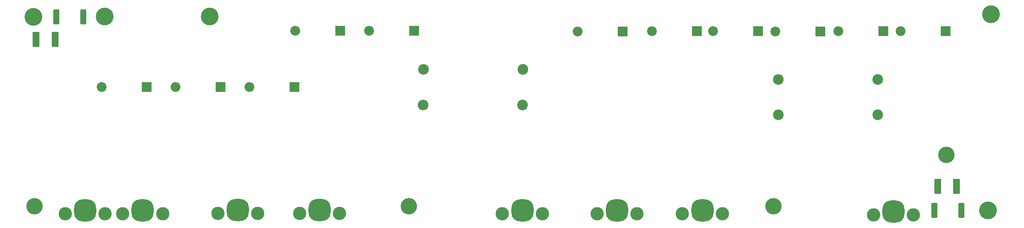
<source format=gbr>
%TF.GenerationSoftware,KiCad,Pcbnew,7.0.7*%
%TF.CreationDate,2024-04-16T09:14:21-07:00*%
%TF.ProjectId,hv-pcb-v1,68762d70-6362-42d7-9631-2e6b69636164,rev?*%
%TF.SameCoordinates,Original*%
%TF.FileFunction,Soldermask,Bot*%
%TF.FilePolarity,Negative*%
%FSLAX46Y46*%
G04 Gerber Fmt 4.6, Leading zero omitted, Abs format (unit mm)*
G04 Created by KiCad (PCBNEW 7.0.7) date 2024-04-16 09:14:21*
%MOMM*%
%LPD*%
G01*
G04 APERTURE LIST*
G04 Aperture macros list*
%AMRoundRect*
0 Rectangle with rounded corners*
0 $1 Rounding radius*
0 $2 $3 $4 $5 $6 $7 $8 $9 X,Y pos of 4 corners*
0 Add a 4 corners polygon primitive as box body*
4,1,4,$2,$3,$4,$5,$6,$7,$8,$9,$2,$3,0*
0 Add four circle primitives for the rounded corners*
1,1,$1+$1,$2,$3*
1,1,$1+$1,$4,$5*
1,1,$1+$1,$6,$7*
1,1,$1+$1,$8,$9*
0 Add four rect primitives between the rounded corners*
20,1,$1+$1,$2,$3,$4,$5,0*
20,1,$1+$1,$4,$5,$6,$7,0*
20,1,$1+$1,$6,$7,$8,$9,0*
20,1,$1+$1,$8,$9,$2,$3,0*%
G04 Aperture macros list end*
%ADD10C,3.700000*%
%ADD11R,2.200000X2.200000*%
%ADD12O,2.200000X2.200000*%
%ADD13C,3.000000*%
%ADD14RoundRect,1.968504X0.531496X-0.531496X0.531496X0.531496X-0.531496X0.531496X-0.531496X-0.531496X0*%
%ADD15C,4.000000*%
%ADD16C,2.400000*%
%ADD17O,2.400000X2.400000*%
%ADD18RoundRect,0.249999X-0.450001X-1.425001X0.450001X-1.425001X0.450001X1.425001X-0.450001X1.425001X0*%
%ADD19RoundRect,0.250000X-0.537500X-1.450000X0.537500X-1.450000X0.537500X1.450000X-0.537500X1.450000X0*%
%ADD20RoundRect,0.249999X0.450001X1.425001X-0.450001X1.425001X-0.450001X-1.425001X0.450001X-1.425001X0*%
%ADD21RoundRect,0.250000X0.537500X1.450000X-0.537500X1.450000X-0.537500X-1.450000X0.537500X-1.450000X0*%
G04 APERTURE END LIST*
D10*
%TO.C,REF\u002A\u002A*%
X249292000Y-130825000D03*
%TD*%
%TO.C,REF\u002A\u002A*%
X210254000Y-142446000D03*
%TD*%
%TO.C,REF\u002A\u002A*%
X127916000Y-142446000D03*
%TD*%
%TO.C,REF\u002A\u002A*%
X43486000Y-142446000D03*
%TD*%
D11*
%TO.C,D8*%
X192971755Y-102959900D03*
D12*
X182811755Y-102959900D03*
%TD*%
D13*
%TO.C,HV3*%
X84870000Y-144107000D03*
X93870000Y-144107000D03*
D14*
X89370000Y-143313000D03*
%TD*%
D13*
%TO.C,HV7*%
X232848755Y-144436900D03*
X241848755Y-144436900D03*
D14*
X237348755Y-143642900D03*
%TD*%
D13*
%TO.C,HV6*%
X189709755Y-144166900D03*
X198709755Y-144166900D03*
D14*
X194209755Y-143372900D03*
%TD*%
D13*
%TO.C,HV1*%
X50369000Y-144145000D03*
X59369000Y-144145000D03*
D14*
X54869000Y-143351000D03*
%TD*%
D15*
%TO.C,J3*%
X82991000Y-99586000D03*
%TD*%
D11*
%TO.C,D4*%
X85446000Y-115519000D03*
D12*
X75286000Y-115519000D03*
%TD*%
D16*
%TO.C,R23*%
X233765000Y-113845000D03*
D17*
X211365000Y-113845000D03*
%TD*%
D16*
%TO.C,R24*%
X153655000Y-111563000D03*
D17*
X131255000Y-111563000D03*
%TD*%
D13*
%TO.C,HV2*%
X63369000Y-144145000D03*
X72369000Y-144145000D03*
D14*
X67869000Y-143351000D03*
%TD*%
D11*
%TO.C,D2*%
X176198755Y-103000900D03*
D12*
X166038755Y-103000900D03*
%TD*%
D13*
%TO.C,HV5*%
X149073000Y-144194000D03*
X158073000Y-144194000D03*
D14*
X153573000Y-143400000D03*
%TD*%
D11*
%TO.C,D1*%
X68733400Y-115519000D03*
D12*
X58573400Y-115519000D03*
%TD*%
D15*
%TO.C,J2*%
X259316955Y-99102900D03*
%TD*%
D11*
%TO.C,D9*%
X206796000Y-102944000D03*
D12*
X196636000Y-102944000D03*
%TD*%
D11*
%TO.C,D3*%
X249068000Y-102939000D03*
D12*
X238908000Y-102939000D03*
%TD*%
D11*
%TO.C,D10*%
X220808000Y-102979000D03*
D12*
X210648000Y-102979000D03*
%TD*%
D11*
%TO.C,D11*%
X235087000Y-102919000D03*
D12*
X224927000Y-102919000D03*
%TD*%
D16*
%TO.C,R22*%
X233765000Y-121795000D03*
D17*
X211365000Y-121795000D03*
%TD*%
D13*
%TO.C,HV4*%
X103279000Y-144074000D03*
X112279000Y-144074000D03*
D14*
X107779000Y-143280000D03*
%TD*%
D16*
%TO.C,R19*%
X153610001Y-119561001D03*
D17*
X131210001Y-119561001D03*
%TD*%
D11*
%TO.C,D6*%
X112438400Y-102825000D03*
D12*
X102278400Y-102825000D03*
%TD*%
D13*
%TO.C,HV8*%
X170460755Y-144154900D03*
X179460755Y-144154900D03*
D14*
X174960755Y-143360900D03*
%TD*%
D11*
%TO.C,D7*%
X129151000Y-102825000D03*
D12*
X118991000Y-102825000D03*
%TD*%
D15*
%TO.C,J1*%
X59253000Y-99585000D03*
%TD*%
D11*
%TO.C,D5*%
X102158600Y-115519000D03*
D12*
X91998600Y-115519000D03*
%TD*%
D18*
%TO.C,R20*%
X246531254Y-143413901D03*
X252631254Y-143413901D03*
%TD*%
D15*
%TO.C,J6*%
X43169000Y-99695503D03*
%TD*%
D19*
%TO.C,C12*%
X247312255Y-137951900D03*
X251587255Y-137951900D03*
%TD*%
D15*
%TO.C,J7*%
X258656755Y-143392900D03*
%TD*%
D20*
%TO.C,R21*%
X54466000Y-99667000D03*
X48366000Y-99667000D03*
%TD*%
D21*
%TO.C,C11*%
X48108500Y-104769000D03*
X43833500Y-104769000D03*
%TD*%
M02*

</source>
